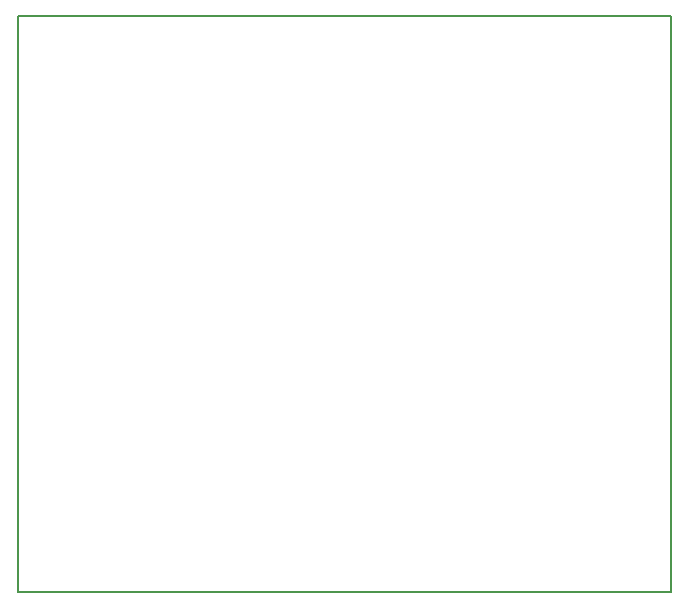
<source format=gbo>
G04 MADE WITH FRITZING*
G04 WWW.FRITZING.ORG*
G04 DOUBLE SIDED*
G04 HOLES PLATED*
G04 CONTOUR ON CENTER OF CONTOUR VECTOR*
%ASAXBY*%
%FSLAX23Y23*%
%MOIN*%
%OFA0B0*%
%SFA1.0B1.0*%
%ADD10R,2.185680X1.930260X2.169680X1.914260*%
%ADD11C,0.008000*%
%LNSILK0*%
G90*
G70*
G54D11*
X4Y1926D02*
X2182Y1926D01*
X2182Y4D01*
X4Y4D01*
X4Y1926D01*
D02*
G04 End of Silk0*
M02*
</source>
